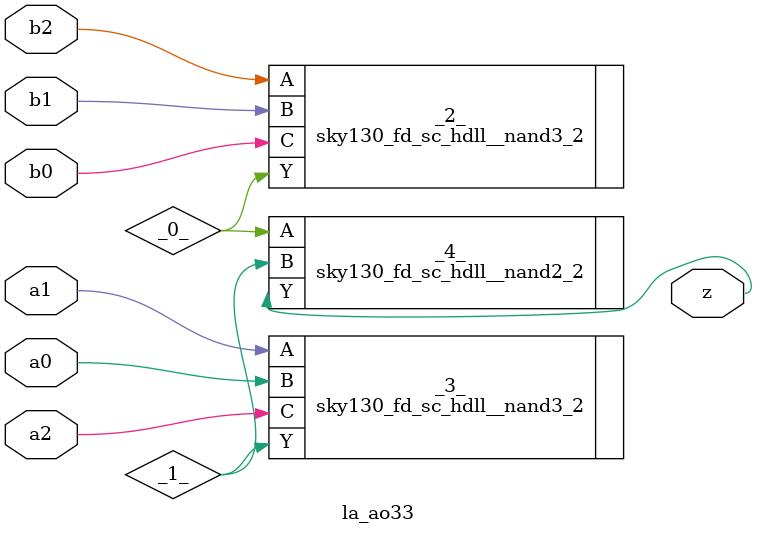
<source format=v>

/* Generated by Yosys 0.44 (git sha1 80ba43d26, g++ 11.4.0-1ubuntu1~22.04 -fPIC -O3) */

(* top =  1  *)
(* src = "generated" *)
(* keep_hierarchy *)
module la_ao33 (
    a0,
    a1,
    a2,
    b0,
    b1,
    b2,
    z
);
  wire _0_;
  wire _1_;
  (* src = "generated" *)
  input a0;
  wire a0;
  (* src = "generated" *)
  input a1;
  wire a1;
  (* src = "generated" *)
  input a2;
  wire a2;
  (* src = "generated" *)
  input b0;
  wire b0;
  (* src = "generated" *)
  input b1;
  wire b1;
  (* src = "generated" *)
  input b2;
  wire b2;
  (* src = "generated" *)
  output z;
  wire z;
  sky130_fd_sc_hdll__nand3_2 _2_ (
      .A(b2),
      .B(b1),
      .C(b0),
      .Y(_0_)
  );
  sky130_fd_sc_hdll__nand3_2 _3_ (
      .A(a1),
      .B(a0),
      .C(a2),
      .Y(_1_)
  );
  sky130_fd_sc_hdll__nand2_2 _4_ (
      .A(_0_),
      .B(_1_),
      .Y(z)
  );
endmodule

</source>
